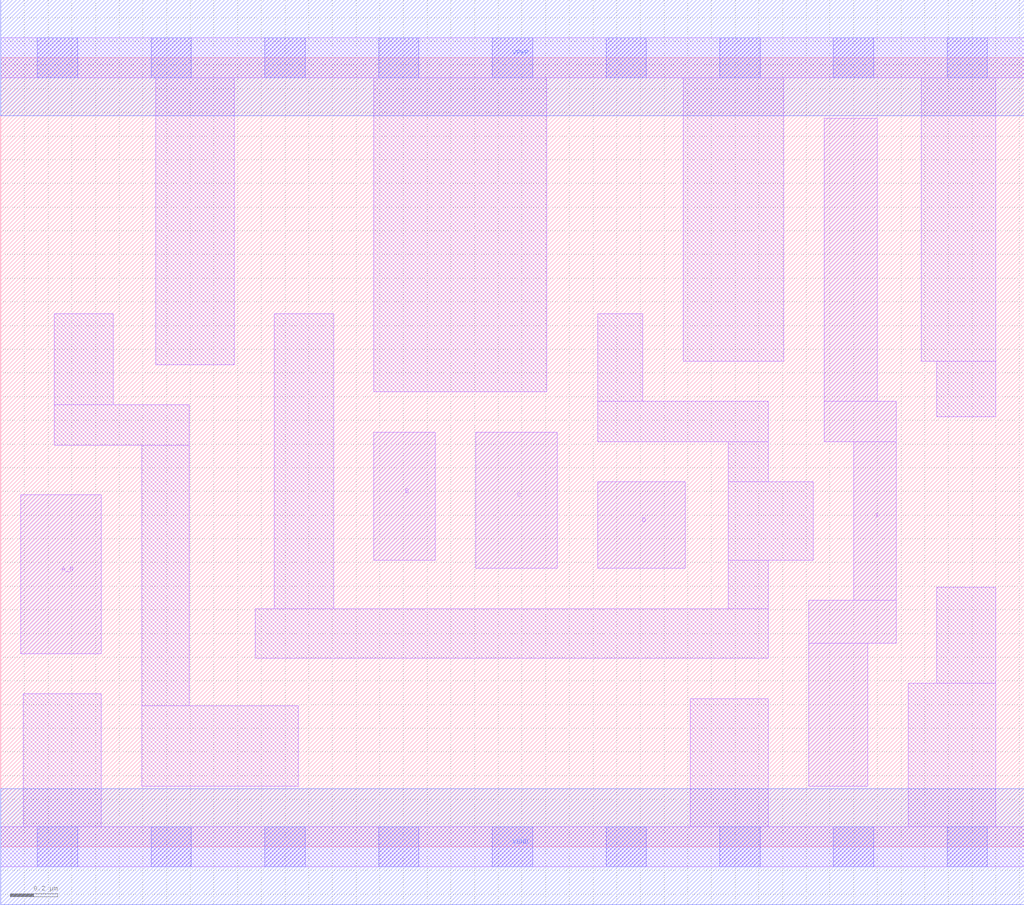
<source format=lef>
# Copyright 2020 The SkyWater PDK Authors
#
# Licensed under the Apache License, Version 2.0 (the "License");
# you may not use this file except in compliance with the License.
# You may obtain a copy of the License at
#
#     https://www.apache.org/licenses/LICENSE-2.0
#
# Unless required by applicable law or agreed to in writing, software
# distributed under the License is distributed on an "AS IS" BASIS,
# WITHOUT WARRANTIES OR CONDITIONS OF ANY KIND, either express or implied.
# See the License for the specific language governing permissions and
# limitations under the License.
#
# SPDX-License-Identifier: Apache-2.0

VERSION 5.7 ;
  NOWIREEXTENSIONATPIN ON ;
  DIVIDERCHAR "/" ;
  BUSBITCHARS "[]" ;
UNITS
  DATABASE MICRONS 200 ;
END UNITS
MACRO sky130_fd_sc_lp__and4b_2
  CLASS CORE ;
  FOREIGN sky130_fd_sc_lp__and4b_2 ;
  ORIGIN  0.000000  0.000000 ;
  SIZE  4.320000 BY  3.330000 ;
  SYMMETRY X Y R90 ;
  SITE unit ;
  PIN A_N
    ANTENNAGATEAREA  0.126000 ;
    DIRECTION INPUT ;
    USE SIGNAL ;
    PORT
      LAYER li1 ;
        RECT 0.085000 0.815000 0.425000 1.485000 ;
    END
  END A_N
  PIN B
    ANTENNAGATEAREA  0.126000 ;
    DIRECTION INPUT ;
    USE SIGNAL ;
    PORT
      LAYER li1 ;
        RECT 1.575000 1.210000 1.835000 1.750000 ;
    END
  END B
  PIN C
    ANTENNAGATEAREA  0.126000 ;
    DIRECTION INPUT ;
    USE SIGNAL ;
    PORT
      LAYER li1 ;
        RECT 2.005000 1.175000 2.350000 1.750000 ;
    END
  END C
  PIN D
    ANTENNAGATEAREA  0.126000 ;
    DIRECTION INPUT ;
    USE SIGNAL ;
    PORT
      LAYER li1 ;
        RECT 2.520000 1.175000 2.890000 1.540000 ;
    END
  END D
  PIN X
    ANTENNADIFFAREA  0.588000 ;
    DIRECTION OUTPUT ;
    USE SIGNAL ;
    PORT
      LAYER li1 ;
        RECT 3.410000 0.255000 3.660000 0.860000 ;
        RECT 3.410000 0.860000 3.780000 1.040000 ;
        RECT 3.475000 1.710000 3.780000 1.880000 ;
        RECT 3.475000 1.880000 3.700000 3.075000 ;
        RECT 3.600000 1.040000 3.780000 1.710000 ;
    END
  END X
  PIN VGND
    DIRECTION INOUT ;
    USE GROUND ;
    PORT
      LAYER met1 ;
        RECT 0.000000 -0.245000 4.320000 0.245000 ;
    END
  END VGND
  PIN VPWR
    DIRECTION INOUT ;
    USE POWER ;
    PORT
      LAYER met1 ;
        RECT 0.000000 3.085000 4.320000 3.575000 ;
    END
  END VPWR
  OBS
    LAYER li1 ;
      RECT 0.000000 -0.085000 4.320000 0.085000 ;
      RECT 0.000000  3.245000 4.320000 3.415000 ;
      RECT 0.095000  0.085000 0.425000 0.645000 ;
      RECT 0.225000  1.695000 0.795000 1.865000 ;
      RECT 0.225000  1.865000 0.475000 2.250000 ;
      RECT 0.595000  0.255000 1.255000 0.595000 ;
      RECT 0.595000  0.595000 0.795000 1.695000 ;
      RECT 0.655000  2.035000 0.985000 3.245000 ;
      RECT 1.075000  0.795000 3.240000 1.005000 ;
      RECT 1.155000  1.005000 1.405000 2.250000 ;
      RECT 1.575000  1.920000 2.305000 3.245000 ;
      RECT 2.520000  1.710000 3.240000 1.880000 ;
      RECT 2.520000  1.880000 2.710000 2.250000 ;
      RECT 2.880000  2.050000 3.305000 3.245000 ;
      RECT 2.910000  0.085000 3.240000 0.625000 ;
      RECT 3.070000  1.005000 3.240000 1.210000 ;
      RECT 3.070000  1.210000 3.430000 1.540000 ;
      RECT 3.070000  1.540000 3.240000 1.710000 ;
      RECT 3.830000  0.085000 4.200000 0.690000 ;
      RECT 3.885000  2.050000 4.200000 3.245000 ;
      RECT 3.950000  0.690000 4.200000 1.095000 ;
      RECT 3.950000  1.815000 4.200000 2.050000 ;
    LAYER mcon ;
      RECT 0.155000 -0.085000 0.325000 0.085000 ;
      RECT 0.155000  3.245000 0.325000 3.415000 ;
      RECT 0.635000 -0.085000 0.805000 0.085000 ;
      RECT 0.635000  3.245000 0.805000 3.415000 ;
      RECT 1.115000 -0.085000 1.285000 0.085000 ;
      RECT 1.115000  3.245000 1.285000 3.415000 ;
      RECT 1.595000 -0.085000 1.765000 0.085000 ;
      RECT 1.595000  3.245000 1.765000 3.415000 ;
      RECT 2.075000 -0.085000 2.245000 0.085000 ;
      RECT 2.075000  3.245000 2.245000 3.415000 ;
      RECT 2.555000 -0.085000 2.725000 0.085000 ;
      RECT 2.555000  3.245000 2.725000 3.415000 ;
      RECT 3.035000 -0.085000 3.205000 0.085000 ;
      RECT 3.035000  3.245000 3.205000 3.415000 ;
      RECT 3.515000 -0.085000 3.685000 0.085000 ;
      RECT 3.515000  3.245000 3.685000 3.415000 ;
      RECT 3.995000 -0.085000 4.165000 0.085000 ;
      RECT 3.995000  3.245000 4.165000 3.415000 ;
  END
END sky130_fd_sc_lp__and4b_2
END LIBRARY

</source>
